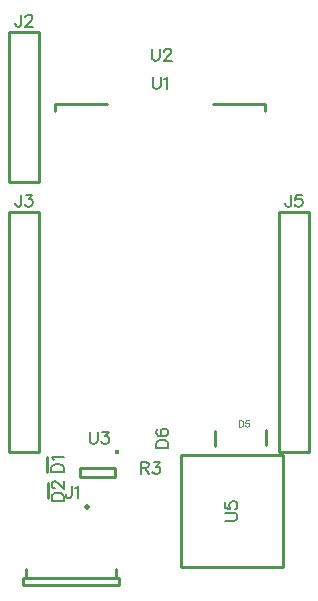
<source format=gbr>
G04 DipTrace 3.0.0.1*
G04 TopSilk.gbr*
%MOIN*%
G04 #@! TF.FileFunction,Legend,Top*
G04 #@! TF.Part,Single*
%ADD10C,0.01*%
%ADD28C,0.019656*%
%ADD44C,0.015401*%
%ADD86C,0.006176*%
%ADD87C,0.003088*%
%FSLAX26Y26*%
G04*
G70*
G90*
G75*
G01*
G04 TopSilk*
%LPD*%
X549848Y766385D2*
D10*
Y715243D1*
X550767Y679639D2*
Y628498D1*
X1279900Y857986D2*
Y806844D1*
X1108641Y854574D2*
Y803432D1*
X779160Y393626D2*
X779107Y362930D1*
X479881D2*
Y393626D1*
D28*
X680749Y601113D3*
X470080Y362930D2*
D10*
X788961D1*
X470080D2*
Y339307D1*
X788961Y362930D2*
Y339307D1*
X470080D2*
X788961D1*
X522047Y2182677D2*
X422047D1*
X522047Y1682677D2*
Y2182677D1*
X422047Y1682677D2*
Y2182677D1*
X522047Y1682677D2*
X422047D1*
X522179Y1582677D2*
Y782677D1*
X422179Y1582677D2*
X522179D1*
X422179D2*
Y782677D1*
X522179D1*
X1322047Y782546D2*
Y1582546D1*
X1422047Y782546D2*
X1322047D1*
X1422047D2*
Y1582546D1*
X1322047D1*
X749150Y1944855D2*
X575186D1*
Y1920918D1*
X1103158Y1944855D2*
X1275146D1*
Y1920918D1*
D44*
X781245Y784481D3*
X775982Y730413D2*
D10*
X657874D1*
X775982Y698920D2*
X657874D1*
Y730413D2*
Y698920D1*
X775982Y730413D2*
Y698920D1*
X994428Y772026D2*
X1335373D1*
Y400767D1*
X994428D1*
Y772026D1*
X563415Y716444D2*
D86*
X603607D1*
Y729841D1*
X601662Y735589D1*
X597859Y739436D1*
X594012Y741337D1*
X588308Y743238D1*
X578714D1*
X572966Y741337D1*
X569163Y739436D1*
X565316Y735589D1*
X563415Y729841D1*
Y716444D1*
X571109Y755590D2*
X569163Y759436D1*
X563459Y765184D1*
X603607D1*
X564334Y621098D2*
X604526D1*
Y634495D1*
X602580Y640244D1*
X598778Y644090D1*
X594931Y645992D1*
X589227Y647893D1*
X579632D1*
X573884Y645992D1*
X570082Y644090D1*
X566235Y640244D1*
X564334Y634496D1*
Y621098D1*
X573928Y662190D2*
X572027D1*
X568180Y664091D1*
X566279Y665992D1*
X564378Y669839D1*
Y677488D1*
X566279Y681291D1*
X568180Y683192D1*
X572027Y685138D1*
X575830D1*
X579676Y683192D1*
X585380Y679390D1*
X604526Y660244D1*
Y687039D1*
X912288Y797005D2*
X952480D1*
Y810403D1*
X950534Y816151D1*
X946732Y819997D1*
X942885Y821899D1*
X937181Y823800D1*
X927587D1*
X921839Y821899D1*
X918036Y819997D1*
X914189Y816151D1*
X912288Y810403D1*
Y797005D1*
X918036Y859099D2*
X914233Y857198D1*
X912332Y851450D1*
Y847647D1*
X914233Y841899D1*
X919981Y838053D1*
X929532Y836151D1*
X939083D1*
X946732Y838053D1*
X950579Y841899D1*
X952480Y847647D1*
Y849549D1*
X950579Y855252D1*
X946732Y859099D1*
X940984Y861000D1*
X939083D1*
X933335Y859099D1*
X929532Y855252D1*
X927631Y849549D1*
Y847647D1*
X929532Y841899D1*
X933335Y838053D1*
X939083Y836151D1*
X630584Y669537D2*
Y638940D1*
X628683Y633192D1*
X626737Y631291D1*
X622935Y629345D1*
X619088D1*
X615285Y631291D1*
X613384Y633192D1*
X611439Y638940D1*
Y642743D1*
X642935Y661844D2*
X646782Y663789D1*
X652530Y669493D1*
Y629345D1*
X462047Y2241256D2*
Y2210659D1*
X460146Y2204911D1*
X458200Y2203009D1*
X454398Y2201064D1*
X450551D1*
X446748Y2203009D1*
X444847Y2204911D1*
X442902Y2210659D1*
Y2214461D1*
X476344Y2231661D2*
Y2233562D1*
X478245Y2237409D1*
X480147Y2239310D1*
X483993Y2241212D1*
X491643D1*
X495445Y2239310D1*
X497346Y2237409D1*
X499292Y2233562D1*
Y2229760D1*
X497346Y2225913D1*
X493544Y2220209D1*
X474399Y2201064D1*
X501193D1*
X462178Y1641256D2*
Y1610659D1*
X460277Y1604911D1*
X458332Y1603009D1*
X454529Y1601064D1*
X450682D1*
X446880Y1603009D1*
X444978Y1604911D1*
X443033Y1610659D1*
Y1614461D1*
X478376Y1641212D2*
X499379D1*
X487927Y1625913D1*
X493675D1*
X497478Y1624012D1*
X499379Y1622110D1*
X501324Y1616362D1*
Y1612560D1*
X499379Y1606812D1*
X495576Y1602965D1*
X489828Y1601064D1*
X484080D1*
X478376Y1602965D1*
X476475Y1604911D1*
X474530Y1608713D1*
X1362047Y1641125D2*
Y1610527D1*
X1360146Y1604779D1*
X1358200Y1602878D1*
X1354398Y1600933D1*
X1350551D1*
X1346748Y1602878D1*
X1344847Y1604779D1*
X1342902Y1610527D1*
Y1614330D1*
X1397346Y1641080D2*
X1378245D1*
X1376344Y1623881D1*
X1378245Y1625782D1*
X1383993Y1627727D1*
X1389697D1*
X1395445Y1625782D1*
X1399292Y1621979D1*
X1401193Y1616231D1*
Y1612429D1*
X1399292Y1606681D1*
X1395445Y1602834D1*
X1389697Y1600933D1*
X1383993D1*
X1378245Y1602834D1*
X1376344Y1604779D1*
X1374399Y1608582D1*
X860468Y730903D2*
X877668D1*
X883416Y732849D1*
X885362Y734750D1*
X887263Y738552D1*
Y742399D1*
X885362Y746202D1*
X883416Y748147D1*
X877668Y750048D1*
X860468D1*
Y709856D1*
X873865Y730903D2*
X887263Y709856D1*
X903461Y750004D2*
X924463D1*
X913012Y734706D1*
X918760D1*
X922562Y732804D1*
X924463Y730903D1*
X926409Y725155D1*
Y721353D1*
X924463Y715605D1*
X920661Y711758D1*
X914913Y709856D1*
X909165D1*
X903461Y711758D1*
X901560Y713703D1*
X899614Y717506D1*
X900795Y2033461D2*
Y2004765D1*
X902696Y1999017D1*
X906543Y1995214D1*
X912291Y1993269D1*
X916094D1*
X921842Y1995214D1*
X925689Y1999017D1*
X927590Y2004765D1*
Y2033461D1*
X939941Y2025767D2*
X943788Y2027713D1*
X949536Y2033416D1*
Y1993269D1*
X898067Y2127687D2*
Y2098991D1*
X899968Y2093243D1*
X903815Y2089440D1*
X909563Y2087495D1*
X913365D1*
X919113Y2089440D1*
X922960Y2093243D1*
X924861Y2098991D1*
Y2127687D1*
X939158Y2118092D2*
Y2119993D1*
X941059Y2123840D1*
X942961Y2125741D1*
X946807Y2127642D1*
X954457D1*
X958259Y2125741D1*
X960161Y2123840D1*
X962106Y2119993D1*
Y2116190D1*
X960161Y2112344D1*
X956358Y2106640D1*
X937213Y2087495D1*
X964007D1*
X690439Y850757D2*
Y822061D1*
X692341Y816313D1*
X696187Y812511D1*
X701935Y810565D1*
X705738D1*
X711486Y812511D1*
X715333Y816313D1*
X717234Y822061D1*
Y850757D1*
X733432Y850713D2*
X754435D1*
X742983Y835414D1*
X748731D1*
X752533Y833513D1*
X754435Y831612D1*
X756380Y825864D1*
Y822061D1*
X754435Y816313D1*
X750632Y812466D1*
X744884Y810565D1*
X739136D1*
X733432Y812466D1*
X731531Y814412D1*
X729585Y818214D1*
X1142395Y553426D2*
X1171091D1*
X1176839Y555328D1*
X1180641Y559174D1*
X1182587Y564922D1*
Y568725D1*
X1180641Y574473D1*
X1176839Y578320D1*
X1171091Y580221D1*
X1142395D1*
X1142439Y615520D2*
Y596419D1*
X1159639Y594518D1*
X1157738Y596419D1*
X1155792Y602167D1*
Y607871D1*
X1157738Y613619D1*
X1161540Y617466D1*
X1167288Y619367D1*
X1171091D1*
X1176839Y617466D1*
X1180685Y613619D1*
X1182587Y607871D1*
Y602167D1*
X1180685Y596419D1*
X1178740Y594518D1*
X1174937Y592572D1*
X1189363Y888230D2*
D87*
Y868134D1*
X1196062D1*
X1198936Y869107D1*
X1200859Y871008D1*
X1201810Y872931D1*
X1202760Y875783D1*
Y880581D1*
X1201810Y883455D1*
X1200859Y885356D1*
X1198936Y887279D1*
X1196062Y888230D1*
X1189363D1*
X1220410Y888208D2*
X1210859D1*
X1209909Y879608D1*
X1210859Y880558D1*
X1213733Y881531D1*
X1216585D1*
X1219459Y880558D1*
X1221383Y878657D1*
X1222333Y875783D1*
Y873882D1*
X1221383Y871008D1*
X1219459Y869084D1*
X1216585Y868134D1*
X1213733D1*
X1210859Y869084D1*
X1209909Y870057D1*
X1208936Y871959D1*
M02*

</source>
